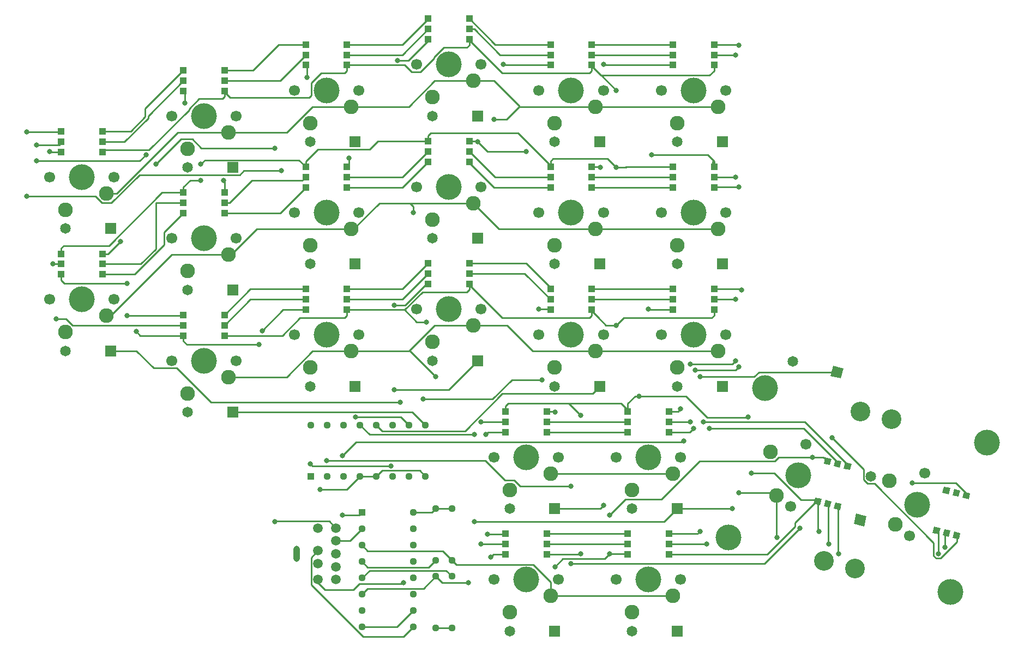
<source format=gbr>
%TF.GenerationSoftware,KiCad,Pcbnew,(5.1.10)-1*%
%TF.CreationDate,2021-08-19T22:28:45-05:00*%
%TF.ProjectId,LeftHand,4c656674-4861-46e6-942e-6b696361645f,rev?*%
%TF.SameCoordinates,Original*%
%TF.FileFunction,Copper,L2,Bot*%
%TF.FilePolarity,Positive*%
%FSLAX46Y46*%
G04 Gerber Fmt 4.6, Leading zero omitted, Abs format (unit mm)*
G04 Created by KiCad (PCBNEW (5.1.10)-1) date 2021-08-19 22:28:45*
%MOMM*%
%LPD*%
G01*
G04 APERTURE LIST*
%TA.AperFunction,ComponentPad*%
%ADD10C,4.000000*%
%TD*%
%TA.AperFunction,ComponentPad*%
%ADD11C,1.700000*%
%TD*%
%TA.AperFunction,ComponentPad*%
%ADD12C,2.286000*%
%TD*%
%TA.AperFunction,ComponentPad*%
%ADD13C,1.651000*%
%TD*%
%TA.AperFunction,ComponentPad*%
%ADD14R,1.651000X1.651000*%
%TD*%
%TA.AperFunction,SMDPad,CuDef*%
%ADD15R,1.000000X1.000000*%
%TD*%
%TA.AperFunction,ComponentPad*%
%ADD16C,3.050000*%
%TD*%
%TA.AperFunction,ComponentPad*%
%ADD17C,0.100000*%
%TD*%
%TA.AperFunction,SMDPad,CuDef*%
%ADD18C,0.100000*%
%TD*%
%TA.AperFunction,ComponentPad*%
%ADD19C,1.130000*%
%TD*%
%TA.AperFunction,ComponentPad*%
%ADD20R,1.130000X1.130000*%
%TD*%
%TA.AperFunction,ComponentPad*%
%ADD21C,1.500000*%
%TD*%
%TA.AperFunction,ComponentPad*%
%ADD22O,1.000000X2.500000*%
%TD*%
%TA.AperFunction,ViaPad*%
%ADD23C,0.800000*%
%TD*%
%TA.AperFunction,Conductor*%
%ADD24C,0.250000*%
%TD*%
G04 APERTURE END LIST*
D10*
%TO.P,KX1,HOLE*%
%TO.N,N/C*%
X59500000Y-63500000D03*
D11*
%TO.P,KX1,POST*%
X54500000Y-63500000D03*
X64500000Y-63500000D03*
D12*
%TO.P,KX1,1*%
%TO.N,C2*%
X63310000Y-66040000D03*
%TO.P,KX1,2*%
%TO.N,Net-(KX1-Pad2)*%
X56960000Y-68580000D03*
D13*
%TO.P,KX1,3*%
X56960000Y-71500000D03*
D14*
%TO.P,KX1,4*%
%TO.N,R5*%
X63960000Y-71500000D03*
D15*
%TO.P,KX1,5*%
%TO.N,VCC*%
X62700000Y-59600000D03*
%TO.P,KX1,6*%
%TO.N,Net-(KC1-Pad9)*%
X62700000Y-58000000D03*
%TO.P,KX1,7*%
%TO.N,Net-(KC1-Pad10)*%
X62700000Y-56400000D03*
%TO.P,KX1,8*%
%TO.N,GND*%
X56300000Y-59600000D03*
%TO.P,KX1,9*%
%TO.N,Net-(KX1-Pad9)*%
X56300000Y-58000000D03*
%TO.P,KX1,10*%
%TO.N,Net-(KX1-Pad10)*%
X56300000Y-56400000D03*
%TD*%
D16*
%TO.P,KT2_2,HOLE*%
%TO.N,N/C*%
X147259150Y-76581322D03*
X141562971Y-99772009D03*
D10*
X162059236Y-80216572D03*
X156363057Y-103407259D03*
X151209000Y-89846400D03*
D11*
%TO.P,KT2_2,POST*%
X152401667Y-84990729D03*
X150016333Y-94702071D03*
D12*
%TO.P,KT2_2,1*%
%TO.N,C2*%
X147833506Y-92940547D03*
%TO.P,KT2_2,2*%
%TO.N,Net-(KT2_2-Pad2)*%
X146881513Y-86167969D03*
D13*
%TO.P,KT2_2,3*%
X144045801Y-85471451D03*
%TA.AperFunction,ComponentPad*%
D17*
%TO.P,KT2_2,4*%
%TO.N,R0*%
G36*
X141771305Y-91270810D02*
G01*
X143374648Y-91664629D01*
X142980829Y-93267972D01*
X141377486Y-92874153D01*
X141771305Y-91270810D01*
G37*
%TD.AperFunction*%
%TA.AperFunction,SMDPad,CuDef*%
D18*
%TO.P,KT2_2,5*%
%TO.N,VCC*%
G36*
X158501060Y-87827524D02*
G01*
X159472194Y-88066058D01*
X159233660Y-89037192D01*
X158262526Y-88798658D01*
X158501060Y-87827524D01*
G37*
%TD.AperFunction*%
%TA.AperFunction,SMDPad,CuDef*%
%TO.P,KT2_2,6*%
%TO.N,Net-(KT2_2-Pad6)*%
G36*
X156947246Y-87445870D02*
G01*
X157918380Y-87684404D01*
X157679846Y-88655538D01*
X156708712Y-88417004D01*
X156947246Y-87445870D01*
G37*
%TD.AperFunction*%
%TA.AperFunction,SMDPad,CuDef*%
%TO.P,KT2_2,7*%
%TO.N,Net-(KT2_2-Pad7)*%
G36*
X155393431Y-87064217D02*
G01*
X156364565Y-87302751D01*
X156126031Y-88273885D01*
X155154897Y-88035351D01*
X155393431Y-87064217D01*
G37*
%TD.AperFunction*%
%TA.AperFunction,SMDPad,CuDef*%
%TO.P,KT2_2,8*%
%TO.N,GND*%
G36*
X156974446Y-94042783D02*
G01*
X157945580Y-94281317D01*
X157707046Y-95252451D01*
X156735912Y-95013917D01*
X156974446Y-94042783D01*
G37*
%TD.AperFunction*%
%TA.AperFunction,SMDPad,CuDef*%
%TO.P,KT2_2,9*%
%TO.N,Net-(KT2_1-Pad6)*%
G36*
X155420631Y-93661130D02*
G01*
X156391765Y-93899664D01*
X156153231Y-94870798D01*
X155182097Y-94632264D01*
X155420631Y-93661130D01*
G37*
%TD.AperFunction*%
%TA.AperFunction,SMDPad,CuDef*%
%TO.P,KT2_2,10*%
%TO.N,Net-(KT2_1-Pad7)*%
G36*
X153866817Y-93279476D02*
G01*
X154837951Y-93518010D01*
X154599417Y-94489144D01*
X153628283Y-94250610D01*
X153866817Y-93279476D01*
G37*
%TD.AperFunction*%
%TD*%
D10*
%TO.P,KT2_1,HOLE*%
%TO.N,N/C*%
X121907764Y-94944228D03*
X127603943Y-71753541D03*
D16*
X142404029Y-75388791D03*
X136707850Y-98579478D03*
D10*
X132758000Y-85314400D03*
D11*
%TO.P,KT2_1,POST*%
X133950667Y-80458729D03*
X131565333Y-90170071D03*
D12*
%TO.P,KT2_1,1*%
%TO.N,C2*%
X129382506Y-88408547D03*
%TO.P,KT2_1,2*%
%TO.N,Net-(KT2_1-Pad2)*%
X128430513Y-81635969D03*
D13*
%TO.P,KT2_1,3*%
X131879707Y-67593367D03*
%TA.AperFunction,ComponentPad*%
D17*
%TO.P,KT2_1,4*%
%TO.N,R1*%
G36*
X138150575Y-68283603D02*
G01*
X139753918Y-68677422D01*
X139360099Y-70280765D01*
X137756756Y-69886946D01*
X138150575Y-68283603D01*
G37*
%TD.AperFunction*%
%TA.AperFunction,SMDPad,CuDef*%
D18*
%TO.P,KT2_1,5*%
%TO.N,VCC*%
G36*
X135415817Y-88747476D02*
G01*
X136386951Y-88986010D01*
X136148417Y-89957144D01*
X135177283Y-89718610D01*
X135415817Y-88747476D01*
G37*
%TD.AperFunction*%
%TA.AperFunction,SMDPad,CuDef*%
%TO.P,KT2_1,6*%
%TO.N,Net-(KT2_1-Pad6)*%
G36*
X136969631Y-89129130D02*
G01*
X137940765Y-89367664D01*
X137702231Y-90338798D01*
X136731097Y-90100264D01*
X136969631Y-89129130D01*
G37*
%TD.AperFunction*%
%TA.AperFunction,SMDPad,CuDef*%
%TO.P,KT2_1,7*%
%TO.N,Net-(KT2_1-Pad7)*%
G36*
X138523446Y-89510783D02*
G01*
X139494580Y-89749317D01*
X139256046Y-90720451D01*
X138284912Y-90481917D01*
X138523446Y-89510783D01*
G37*
%TD.AperFunction*%
%TA.AperFunction,SMDPad,CuDef*%
%TO.P,KT2_1,8*%
%TO.N,GND*%
G36*
X136942431Y-82532217D02*
G01*
X137913565Y-82770751D01*
X137675031Y-83741885D01*
X136703897Y-83503351D01*
X136942431Y-82532217D01*
G37*
%TD.AperFunction*%
%TA.AperFunction,SMDPad,CuDef*%
%TO.P,KT2_1,9*%
%TO.N,Net-(KT2_1-Pad9)*%
G36*
X138496246Y-82913870D02*
G01*
X139467380Y-83152404D01*
X139228846Y-84123538D01*
X138257712Y-83885004D01*
X138496246Y-82913870D01*
G37*
%TD.AperFunction*%
%TA.AperFunction,SMDPad,CuDef*%
%TO.P,KT2_1,10*%
%TO.N,Net-(KT2_1-Pad10)*%
G36*
X140050060Y-83295524D02*
G01*
X141021194Y-83534058D01*
X140782660Y-84505192D01*
X139811526Y-84266658D01*
X140050060Y-83295524D01*
G37*
%TD.AperFunction*%
%TD*%
D10*
%TO.P,KA1,HOLE*%
%TO.N,N/C*%
X40500000Y-48500000D03*
D11*
%TO.P,KA1,POST*%
X35500000Y-48500000D03*
X45500000Y-48500000D03*
D12*
%TO.P,KA1,1*%
%TO.N,C1*%
X44310000Y-51040000D03*
%TO.P,KA1,2*%
%TO.N,Net-(KA1-Pad2)*%
X37960000Y-53580000D03*
D13*
%TO.P,KA1,3*%
X37960000Y-56500000D03*
D14*
%TO.P,KA1,4*%
%TO.N,R6*%
X44960000Y-56500000D03*
D15*
%TO.P,KA1,5*%
%TO.N,VCC*%
X37300000Y-41400000D03*
%TO.P,KA1,6*%
%TO.N,Net-(KA1-Pad6)*%
X37300000Y-43000000D03*
%TO.P,KA1,7*%
%TO.N,Net-(KA1-Pad7)*%
X37300000Y-44600000D03*
%TO.P,KA1,8*%
%TO.N,GND*%
X43700000Y-41400000D03*
%TO.P,KA1,9*%
%TO.N,Net-(KA1-Pad9)*%
X43700000Y-43000000D03*
%TO.P,KA1,10*%
%TO.N,Net-(KA1-Pad10)*%
X43700000Y-44600000D03*
%TD*%
D10*
%TO.P,KB1,HOLE*%
%TO.N,N/C*%
X116500000Y-63500000D03*
D11*
%TO.P,KB1,POST*%
X111500000Y-63500000D03*
X121500000Y-63500000D03*
D12*
%TO.P,KB1,1*%
%TO.N,C2*%
X120310000Y-66040000D03*
%TO.P,KB1,2*%
%TO.N,Net-(KB1-Pad2)*%
X113960000Y-68580000D03*
D13*
%TO.P,KB1,3*%
X113960000Y-71500000D03*
D14*
%TO.P,KB1,4*%
%TO.N,R2*%
X120960000Y-71500000D03*
D15*
%TO.P,KB1,5*%
%TO.N,VCC*%
X119700000Y-59600000D03*
%TO.P,KB1,6*%
%TO.N,Net-(KB1-Pad6)*%
X119700000Y-58000000D03*
%TO.P,KB1,7*%
%TO.N,Net-(KB1-Pad7)*%
X119700000Y-56400000D03*
%TO.P,KB1,8*%
%TO.N,GND*%
X113300000Y-59600000D03*
%TO.P,KB1,9*%
%TO.N,Net-(KB1-Pad9)*%
X113300000Y-58000000D03*
%TO.P,KB1,10*%
%TO.N,Net-(KB1-Pad10)*%
X113300000Y-56400000D03*
%TD*%
D10*
%TO.P,KC1,HOLE*%
%TO.N,N/C*%
X78500000Y-59500000D03*
D11*
%TO.P,KC1,POST*%
X73500000Y-59500000D03*
X83500000Y-59500000D03*
D12*
%TO.P,KC1,1*%
%TO.N,C2*%
X82310000Y-62040000D03*
%TO.P,KC1,2*%
%TO.N,Net-(KC1-Pad2)*%
X75960000Y-64580000D03*
D13*
%TO.P,KC1,3*%
X75960000Y-67500000D03*
D14*
%TO.P,KC1,4*%
%TO.N,R4*%
X82960000Y-67500000D03*
D15*
%TO.P,KC1,5*%
%TO.N,VCC*%
X81700000Y-55600000D03*
%TO.P,KC1,6*%
%TO.N,Net-(KC1-Pad6)*%
X81700000Y-54000000D03*
%TO.P,KC1,7*%
%TO.N,Net-(KC1-Pad7)*%
X81700000Y-52400000D03*
%TO.P,KC1,8*%
%TO.N,GND*%
X75300000Y-55600000D03*
%TO.P,KC1,9*%
%TO.N,Net-(KC1-Pad9)*%
X75300000Y-54000000D03*
%TO.P,KC1,10*%
%TO.N,Net-(KC1-Pad10)*%
X75300000Y-52400000D03*
%TD*%
D10*
%TO.P,KD1,HOLE*%
%TO.N,N/C*%
X78500000Y-40500000D03*
D11*
%TO.P,KD1,POST*%
X73500000Y-40500000D03*
X83500000Y-40500000D03*
D12*
%TO.P,KD1,1*%
%TO.N,C1*%
X82310000Y-43040000D03*
%TO.P,KD1,2*%
%TO.N,Net-(KD1-Pad2)*%
X75960000Y-45580000D03*
D13*
%TO.P,KD1,3*%
X75960000Y-48500000D03*
D14*
%TO.P,KD1,4*%
%TO.N,R4*%
X82960000Y-48500000D03*
D15*
%TO.P,KD1,5*%
%TO.N,VCC*%
X75300000Y-33400000D03*
%TO.P,KD1,6*%
%TO.N,Net-(KD1-Pad6)*%
X75300000Y-35000000D03*
%TO.P,KD1,7*%
%TO.N,Net-(KD1-Pad7)*%
X75300000Y-36600000D03*
%TO.P,KD1,8*%
%TO.N,GND*%
X81700000Y-33400000D03*
%TO.P,KD1,9*%
%TO.N,Net-(KD1-Pad9)*%
X81700000Y-35000000D03*
%TO.P,KD1,10*%
%TO.N,Net-(KD1-Pad10)*%
X81700000Y-36600000D03*
%TD*%
D10*
%TO.P,KE1,HOLE*%
%TO.N,N/C*%
X78500000Y-21500000D03*
D11*
%TO.P,KE1,POST*%
X73500000Y-21500000D03*
X83500000Y-21500000D03*
D12*
%TO.P,KE1,1*%
%TO.N,C0*%
X82310000Y-24040000D03*
%TO.P,KE1,2*%
%TO.N,Net-(KE1-Pad2)*%
X75960000Y-26580000D03*
D13*
%TO.P,KE1,3*%
X75960000Y-29500000D03*
D14*
%TO.P,KE1,4*%
%TO.N,R4*%
X82960000Y-29500000D03*
D15*
%TO.P,KE1,5*%
%TO.N,VCC*%
X81700000Y-17600000D03*
%TO.P,KE1,6*%
%TO.N,Net-(KE1-Pad6)*%
X81700000Y-16000000D03*
%TO.P,KE1,7*%
%TO.N,Net-(KE1-Pad7)*%
X81700000Y-14400000D03*
%TO.P,KE1,8*%
%TO.N,GND*%
X75300000Y-17600000D03*
%TO.P,KE1,9*%
%TO.N,Net-(KE1-Pad9)*%
X75300000Y-16000000D03*
%TO.P,KE1,10*%
%TO.N,Net-(KE1-Pad10)*%
X75300000Y-14400000D03*
%TD*%
D10*
%TO.P,KESC1,HOLE*%
%TO.N,N/C*%
X21500000Y-39000000D03*
D11*
%TO.P,KESC1,POST*%
X16500000Y-39000000D03*
X26500000Y-39000000D03*
D12*
%TO.P,KESC1,1*%
%TO.N,C0*%
X25310000Y-41540000D03*
%TO.P,KESC1,2*%
%TO.N,Net-(KESC1-Pad2)*%
X18960000Y-44080000D03*
D13*
%TO.P,KESC1,3*%
X18960000Y-47000000D03*
D14*
%TO.P,KESC1,4*%
%TO.N,R7*%
X25960000Y-47000000D03*
D15*
%TO.P,KESC1,5*%
%TO.N,VCC*%
X24700000Y-35100000D03*
%TO.P,KESC1,6*%
%TO.N,Net-(KESC1-Pad6)*%
X24700000Y-33500000D03*
%TO.P,KESC1,7*%
%TO.N,Net-(KESC1-Pad7)*%
X24700000Y-31900000D03*
%TO.P,KESC1,8*%
%TO.N,GND*%
X18300000Y-35100000D03*
%TO.P,KESC1,9*%
%TO.N,CLK_L*%
X18300000Y-33500000D03*
%TO.P,KESC1,10*%
%TO.N,S0_DL*%
X18300000Y-31900000D03*
%TD*%
D10*
%TO.P,KF1,HOLE*%
%TO.N,N/C*%
X97500000Y-44500000D03*
D11*
%TO.P,KF1,POST*%
X92500000Y-44500000D03*
X102500000Y-44500000D03*
D12*
%TO.P,KF1,1*%
%TO.N,C1*%
X101310000Y-47040000D03*
%TO.P,KF1,2*%
%TO.N,Net-(KF1-Pad2)*%
X94960000Y-49580000D03*
D13*
%TO.P,KF1,3*%
X94960000Y-52500000D03*
D14*
%TO.P,KF1,4*%
%TO.N,R3*%
X101960000Y-52500000D03*
D15*
%TO.P,KF1,5*%
%TO.N,VCC*%
X94300000Y-37400000D03*
%TO.P,KF1,6*%
%TO.N,Net-(KD1-Pad9)*%
X94300000Y-39000000D03*
%TO.P,KF1,7*%
%TO.N,Net-(KD1-Pad10)*%
X94300000Y-40600000D03*
%TO.P,KF1,8*%
%TO.N,GND*%
X100700000Y-37400000D03*
%TO.P,KF1,9*%
%TO.N,Net-(KF1-Pad9)*%
X100700000Y-39000000D03*
%TO.P,KF1,10*%
%TO.N,Net-(KF1-Pad10)*%
X100700000Y-40600000D03*
%TD*%
D10*
%TO.P,KG1,HOLE*%
%TO.N,N/C*%
X116500000Y-44500000D03*
D11*
%TO.P,KG1,POST*%
X111500000Y-44500000D03*
X121500000Y-44500000D03*
D12*
%TO.P,KG1,1*%
%TO.N,C1*%
X120310000Y-47040000D03*
%TO.P,KG1,2*%
%TO.N,Net-(KG1-Pad2)*%
X113960000Y-49580000D03*
D13*
%TO.P,KG1,3*%
X113960000Y-52500000D03*
D14*
%TO.P,KG1,4*%
%TO.N,R2*%
X120960000Y-52500000D03*
D15*
%TO.P,KG1,5*%
%TO.N,VCC*%
X113300000Y-37400000D03*
%TO.P,KG1,6*%
%TO.N,Net-(KF1-Pad9)*%
X113300000Y-39000000D03*
%TO.P,KG1,7*%
%TO.N,Net-(KF1-Pad10)*%
X113300000Y-40600000D03*
%TO.P,KG1,8*%
%TO.N,GND*%
X119700000Y-37400000D03*
%TO.P,KG1,9*%
%TO.N,Net-(KG1-Pad9)*%
X119700000Y-39000000D03*
%TO.P,KG1,10*%
%TO.N,Net-(KG1-Pad10)*%
X119700000Y-40600000D03*
%TD*%
D10*
%TO.P,KQ1,HOLE*%
%TO.N,N/C*%
X40500000Y-29500000D03*
D11*
%TO.P,KQ1,POST*%
X35500000Y-29500000D03*
X45500000Y-29500000D03*
D12*
%TO.P,KQ1,1*%
%TO.N,C0*%
X44310000Y-32040000D03*
%TO.P,KQ1,2*%
%TO.N,Net-(KQ1-Pad2)*%
X37960000Y-34580000D03*
D13*
%TO.P,KQ1,3*%
X37960000Y-37500000D03*
D14*
%TO.P,KQ1,4*%
%TO.N,R6*%
X44960000Y-37500000D03*
D15*
%TO.P,KQ1,5*%
%TO.N,VCC*%
X43700000Y-25600000D03*
%TO.P,KQ1,6*%
%TO.N,Net-(KQ1-Pad6)*%
X43700000Y-24000000D03*
%TO.P,KQ1,7*%
%TO.N,Net-(KQ1-Pad7)*%
X43700000Y-22400000D03*
%TO.P,KQ1,8*%
%TO.N,GND*%
X37300000Y-25600000D03*
%TO.P,KQ1,9*%
%TO.N,Net-(KESC1-Pad6)*%
X37300000Y-24000000D03*
%TO.P,KQ1,10*%
%TO.N,Net-(KESC1-Pad7)*%
X37300000Y-22400000D03*
%TD*%
D10*
%TO.P,KR1,HOLE*%
%TO.N,N/C*%
X97500000Y-25500000D03*
D11*
%TO.P,KR1,POST*%
X92500000Y-25500000D03*
X102500000Y-25500000D03*
D12*
%TO.P,KR1,1*%
%TO.N,C0*%
X101310000Y-28040000D03*
%TO.P,KR1,2*%
%TO.N,Net-(KR1-Pad2)*%
X94960000Y-30580000D03*
D13*
%TO.P,KR1,3*%
X94960000Y-33500000D03*
D14*
%TO.P,KR1,4*%
%TO.N,R3*%
X101960000Y-33500000D03*
D15*
%TO.P,KR1,5*%
%TO.N,VCC*%
X100700000Y-21600000D03*
%TO.P,KR1,6*%
%TO.N,Net-(KR1-Pad6)*%
X100700000Y-20000000D03*
%TO.P,KR1,7*%
%TO.N,Net-(KR1-Pad7)*%
X100700000Y-18400000D03*
%TO.P,KR1,8*%
%TO.N,GND*%
X94300000Y-21600000D03*
%TO.P,KR1,9*%
%TO.N,Net-(KE1-Pad6)*%
X94300000Y-20000000D03*
%TO.P,KR1,10*%
%TO.N,Net-(KE1-Pad7)*%
X94300000Y-18400000D03*
%TD*%
D10*
%TO.P,KS1,HOLE*%
%TO.N,N/C*%
X59500000Y-44500000D03*
D11*
%TO.P,KS1,POST*%
X54500000Y-44500000D03*
X64500000Y-44500000D03*
D12*
%TO.P,KS1,1*%
%TO.N,C1*%
X63310000Y-47040000D03*
%TO.P,KS1,2*%
%TO.N,Net-(KS1-Pad2)*%
X56960000Y-49580000D03*
D13*
%TO.P,KS1,3*%
X56960000Y-52500000D03*
D14*
%TO.P,KS1,4*%
%TO.N,R5*%
X63960000Y-52500000D03*
D15*
%TO.P,KS1,5*%
%TO.N,VCC*%
X56300000Y-37400000D03*
%TO.P,KS1,6*%
%TO.N,Net-(KA1-Pad9)*%
X56300000Y-39000000D03*
%TO.P,KS1,7*%
%TO.N,Net-(KA1-Pad10)*%
X56300000Y-40600000D03*
%TO.P,KS1,8*%
%TO.N,GND*%
X62700000Y-37400000D03*
%TO.P,KS1,9*%
%TO.N,Net-(KD1-Pad6)*%
X62700000Y-39000000D03*
%TO.P,KS1,10*%
%TO.N,Net-(KD1-Pad7)*%
X62700000Y-40600000D03*
%TD*%
D10*
%TO.P,KT1,HOLE*%
%TO.N,N/C*%
X116500000Y-25500000D03*
D11*
%TO.P,KT1,POST*%
X111500000Y-25500000D03*
X121500000Y-25500000D03*
D12*
%TO.P,KT1,1*%
%TO.N,C0*%
X120310000Y-28040000D03*
%TO.P,KT1,2*%
%TO.N,Net-(KT1-Pad2)*%
X113960000Y-30580000D03*
D13*
%TO.P,KT1,3*%
X113960000Y-33500000D03*
D14*
%TO.P,KT1,4*%
%TO.N,R2*%
X120960000Y-33500000D03*
D15*
%TO.P,KT1,5*%
%TO.N,VCC*%
X119700000Y-21600000D03*
%TO.P,KT1,6*%
%TO.N,Net-(KG1-Pad9)*%
X119700000Y-20000000D03*
%TO.P,KT1,7*%
%TO.N,Net-(KG1-Pad10)*%
X119700000Y-18400000D03*
%TO.P,KT1,8*%
%TO.N,GND*%
X113300000Y-21600000D03*
%TO.P,KT1,9*%
%TO.N,Net-(KR1-Pad6)*%
X113300000Y-20000000D03*
%TO.P,KT1,10*%
%TO.N,Net-(KR1-Pad7)*%
X113300000Y-18400000D03*
%TD*%
D10*
%TO.P,KTAB1,HOLE*%
%TO.N,N/C*%
X21500000Y-58000000D03*
D11*
%TO.P,KTAB1,POST*%
X16500000Y-58000000D03*
X26500000Y-58000000D03*
D12*
%TO.P,KTAB1,1*%
%TO.N,C1*%
X25310000Y-60540000D03*
%TO.P,KTAB1,2*%
%TO.N,Net-(KTAB1-Pad2)*%
X18960000Y-63080000D03*
D13*
%TO.P,KTAB1,3*%
X18960000Y-66000000D03*
D14*
%TO.P,KTAB1,4*%
%TO.N,R7*%
X25960000Y-66000000D03*
D15*
%TO.P,KTAB1,5*%
%TO.N,VCC*%
X18300000Y-50900000D03*
%TO.P,KTAB1,6*%
%TO.N,Net-(KTAB1-Pad6)*%
X18300000Y-52500000D03*
%TO.P,KTAB1,7*%
%TO.N,Net-(KTAB1-Pad7)*%
X18300000Y-54100000D03*
%TO.P,KTAB1,8*%
%TO.N,GND*%
X24700000Y-50900000D03*
%TO.P,KTAB1,9*%
%TO.N,Net-(KA1-Pad6)*%
X24700000Y-52500000D03*
%TO.P,KTAB1,10*%
%TO.N,Net-(KA1-Pad7)*%
X24700000Y-54100000D03*
%TD*%
D10*
%TO.P,KTG_A1,HOLE*%
%TO.N,N/C*%
X109500000Y-82500000D03*
D11*
%TO.P,KTG_A1,POST*%
X104500000Y-82500000D03*
X114500000Y-82500000D03*
D12*
%TO.P,KTG_A1,1*%
%TO.N,C3*%
X113310000Y-85040000D03*
%TO.P,KTG_A1,2*%
%TO.N,Net-(KTG_A1-Pad2)*%
X106960000Y-87580000D03*
D13*
%TO.P,KTG_A1,3*%
X106960000Y-90500000D03*
D14*
%TO.P,KTG_A1,4*%
%TO.N,R2*%
X113960000Y-90500000D03*
D15*
%TO.P,KTG_A1,5*%
%TO.N,VCC*%
X106300000Y-75400000D03*
%TO.P,KTG_A1,6*%
%TO.N,Net-(KTG_A1-Pad6)*%
X106300000Y-77000000D03*
%TO.P,KTG_A1,7*%
%TO.N,Net-(KTG_A1-Pad7)*%
X106300000Y-78600000D03*
%TO.P,KTG_A1,8*%
%TO.N,GND*%
X112700000Y-75400000D03*
%TO.P,KTG_A1,9*%
%TO.N,Net-(KB1-Pad6)*%
X112700000Y-77000000D03*
%TO.P,KTG_A1,10*%
%TO.N,Net-(KB1-Pad7)*%
X112700000Y-78600000D03*
%TD*%
D10*
%TO.P,KTG_B1,HOLE*%
%TO.N,N/C*%
X90500000Y-82500000D03*
D11*
%TO.P,KTG_B1,POST*%
X85500000Y-82500000D03*
X95500000Y-82500000D03*
D12*
%TO.P,KTG_B1,1*%
%TO.N,C3*%
X94310000Y-85040000D03*
%TO.P,KTG_B1,2*%
%TO.N,Net-(KTG_B1-Pad2)*%
X87960000Y-87580000D03*
D13*
%TO.P,KTG_B1,3*%
X87960000Y-90500000D03*
D14*
%TO.P,KTG_B1,4*%
%TO.N,R3*%
X94960000Y-90500000D03*
D15*
%TO.P,KTG_B1,5*%
%TO.N,VCC*%
X87300000Y-75400000D03*
%TO.P,KTG_B1,6*%
%TO.N,Net-(KTG_B1-Pad6)*%
X87300000Y-77000000D03*
%TO.P,KTG_B1,7*%
%TO.N,Net-(KTG_B1-Pad7)*%
X87300000Y-78600000D03*
%TO.P,KTG_B1,8*%
%TO.N,GND*%
X93700000Y-75400000D03*
%TO.P,KTG_B1,9*%
%TO.N,Net-(KTG_A1-Pad6)*%
X93700000Y-77000000D03*
%TO.P,KTG_B1,10*%
%TO.N,Net-(KTG_A1-Pad7)*%
X93700000Y-78600000D03*
%TD*%
D10*
%TO.P,KTG_C1,HOLE*%
%TO.N,N/C*%
X109500000Y-101500000D03*
D11*
%TO.P,KTG_C1,POST*%
X104500000Y-101500000D03*
X114500000Y-101500000D03*
D12*
%TO.P,KTG_C1,1*%
%TO.N,C3*%
X113310000Y-104040000D03*
%TO.P,KTG_C1,2*%
%TO.N,Net-(KTG_C1-Pad2)*%
X106960000Y-106580000D03*
D13*
%TO.P,KTG_C1,3*%
X106960000Y-109500000D03*
D14*
%TO.P,KTG_C1,4*%
%TO.N,R1*%
X113960000Y-109500000D03*
D15*
%TO.P,KTG_C1,5*%
%TO.N,VCC*%
X112700000Y-97600000D03*
%TO.P,KTG_C1,6*%
%TO.N,Net-(KT2_1-Pad9)*%
X112700000Y-96000000D03*
%TO.P,KTG_C1,7*%
%TO.N,Net-(KT2_1-Pad10)*%
X112700000Y-94400000D03*
%TO.P,KTG_C1,8*%
%TO.N,GND*%
X106300000Y-97600000D03*
%TO.P,KTG_C1,9*%
%TO.N,Net-(KTG_C1-Pad9)*%
X106300000Y-96000000D03*
%TO.P,KTG_C1,10*%
%TO.N,Net-(KTG_C1-Pad10)*%
X106300000Y-94400000D03*
%TD*%
D10*
%TO.P,KTG_D1,HOLE*%
%TO.N,N/C*%
X90500000Y-101500000D03*
D11*
%TO.P,KTG_D1,POST*%
X85500000Y-101500000D03*
X95500000Y-101500000D03*
D12*
%TO.P,KTG_D1,1*%
%TO.N,C3*%
X94310000Y-104040000D03*
%TO.P,KTG_D1,2*%
%TO.N,Net-(KTG_D1-Pad2)*%
X87960000Y-106580000D03*
D13*
%TO.P,KTG_D1,3*%
X87960000Y-109500000D03*
D14*
%TO.P,KTG_D1,4*%
%TO.N,R0*%
X94960000Y-109500000D03*
D15*
%TO.P,KTG_D1,5*%
%TO.N,VCC*%
X93700000Y-97600000D03*
%TO.P,KTG_D1,6*%
%TO.N,Net-(KTG_C1-Pad9)*%
X93700000Y-96000000D03*
%TO.P,KTG_D1,7*%
%TO.N,Net-(KTG_C1-Pad10)*%
X93700000Y-94400000D03*
%TO.P,KTG_D1,8*%
%TO.N,GND*%
X87300000Y-97600000D03*
%TO.P,KTG_D1,9*%
%TO.N,Net-(KTG_B1-Pad6)*%
X87300000Y-96000000D03*
%TO.P,KTG_D1,10*%
%TO.N,Net-(KTG_B1-Pad7)*%
X87300000Y-94400000D03*
%TD*%
D10*
%TO.P,KV1,HOLE*%
%TO.N,N/C*%
X97500000Y-63500000D03*
D11*
%TO.P,KV1,POST*%
X92500000Y-63500000D03*
X102500000Y-63500000D03*
D12*
%TO.P,KV1,1*%
%TO.N,C2*%
X101310000Y-66040000D03*
%TO.P,KV1,2*%
%TO.N,Net-(KV1-Pad2)*%
X94960000Y-68580000D03*
D13*
%TO.P,KV1,3*%
X94960000Y-71500000D03*
D14*
%TO.P,KV1,4*%
%TO.N,R3*%
X101960000Y-71500000D03*
D15*
%TO.P,KV1,5*%
%TO.N,VCC*%
X100700000Y-59600000D03*
%TO.P,KV1,6*%
%TO.N,Net-(KB1-Pad9)*%
X100700000Y-58000000D03*
%TO.P,KV1,7*%
%TO.N,Net-(KB1-Pad10)*%
X100700000Y-56400000D03*
%TO.P,KV1,8*%
%TO.N,GND*%
X94300000Y-59600000D03*
%TO.P,KV1,9*%
%TO.N,Net-(KC1-Pad6)*%
X94300000Y-58000000D03*
%TO.P,KV1,10*%
%TO.N,Net-(KC1-Pad7)*%
X94300000Y-56400000D03*
%TD*%
D10*
%TO.P,KW1,HOLE*%
%TO.N,N/C*%
X59500000Y-25500000D03*
D11*
%TO.P,KW1,POST*%
X54500000Y-25500000D03*
X64500000Y-25500000D03*
D12*
%TO.P,KW1,1*%
%TO.N,C0*%
X63310000Y-28040000D03*
%TO.P,KW1,2*%
%TO.N,Net-(KW1-Pad2)*%
X56960000Y-30580000D03*
D13*
%TO.P,KW1,3*%
X56960000Y-33500000D03*
D14*
%TO.P,KW1,4*%
%TO.N,R5*%
X63960000Y-33500000D03*
D15*
%TO.P,KW1,5*%
%TO.N,VCC*%
X62700000Y-21600000D03*
%TO.P,KW1,6*%
%TO.N,Net-(KE1-Pad9)*%
X62700000Y-20000000D03*
%TO.P,KW1,7*%
%TO.N,Net-(KE1-Pad10)*%
X62700000Y-18400000D03*
%TO.P,KW1,8*%
%TO.N,GND*%
X56300000Y-21600000D03*
%TO.P,KW1,9*%
%TO.N,Net-(KQ1-Pad6)*%
X56300000Y-20000000D03*
%TO.P,KW1,10*%
%TO.N,Net-(KQ1-Pad7)*%
X56300000Y-18400000D03*
%TD*%
D10*
%TO.P,KZ1,HOLE*%
%TO.N,N/C*%
X40500000Y-67500000D03*
D11*
%TO.P,KZ1,POST*%
X35500000Y-67500000D03*
X45500000Y-67500000D03*
D12*
%TO.P,KZ1,1*%
%TO.N,C2*%
X44310000Y-70040000D03*
%TO.P,KZ1,2*%
%TO.N,Net-(KZ1-Pad2)*%
X37960000Y-72580000D03*
D13*
%TO.P,KZ1,3*%
X37960000Y-75500000D03*
D14*
%TO.P,KZ1,4*%
%TO.N,R6*%
X44960000Y-75500000D03*
D15*
%TO.P,KZ1,5*%
%TO.N,VCC*%
X43700000Y-63600000D03*
%TO.P,KZ1,6*%
%TO.N,Net-(KX1-Pad9)*%
X43700000Y-62000000D03*
%TO.P,KZ1,7*%
%TO.N,Net-(KX1-Pad10)*%
X43700000Y-60400000D03*
%TO.P,KZ1,8*%
%TO.N,GND*%
X37300000Y-63600000D03*
%TO.P,KZ1,9*%
%TO.N,Net-(KTAB1-Pad6)*%
X37300000Y-62000000D03*
%TO.P,KZ1,10*%
%TO.N,Net-(KTAB1-Pad7)*%
X37300000Y-60400000D03*
%TD*%
D19*
%TO.P,R0,2*%
%TO.N,VCC*%
X76500000Y-109000000D03*
%TO.P,R0,1*%
%TO.N,C0*%
X76500000Y-101000000D03*
%TD*%
%TO.P,R1,2*%
%TO.N,VCC*%
X79000000Y-109000000D03*
%TO.P,R1,1*%
%TO.N,C1*%
X79000000Y-101000000D03*
%TD*%
%TO.P,R2,2*%
%TO.N,VCC*%
X76500000Y-90500000D03*
%TO.P,R2,1*%
%TO.N,C2*%
X76500000Y-98500000D03*
%TD*%
%TO.P,R3,2*%
%TO.N,VCC*%
X79000000Y-90500000D03*
%TO.P,R3,1*%
%TO.N,C3*%
X79000000Y-98500000D03*
%TD*%
%TO.P,UDEMUX1,16*%
%TO.N,VCC*%
X57110000Y-77530000D03*
%TO.P,UDEMUX1,15*%
%TO.N,R0*%
X59650000Y-77530000D03*
%TO.P,UDEMUX1,14*%
%TO.N,R1*%
X62190000Y-77530000D03*
%TO.P,UDEMUX1,13*%
%TO.N,R2*%
X64730000Y-77530000D03*
%TO.P,UDEMUX1,12*%
%TO.N,R3*%
X67270000Y-77530000D03*
%TO.P,UDEMUX1,11*%
%TO.N,R4*%
X69810000Y-77530000D03*
%TO.P,UDEMUX1,10*%
%TO.N,R5*%
X72350000Y-77530000D03*
%TO.P,UDEMUX1,9*%
%TO.N,R6*%
X74890000Y-77530000D03*
%TO.P,UDEMUX1,8*%
%TO.N,GND*%
X74890000Y-85470000D03*
%TO.P,UDEMUX1,7*%
%TO.N,R7*%
X72350000Y-85470000D03*
%TO.P,UDEMUX1,6*%
%TO.N,VCC*%
X69810000Y-85470000D03*
%TO.P,UDEMUX1,5*%
%TO.N,GND*%
X67270000Y-85470000D03*
%TO.P,UDEMUX1,4*%
X64730000Y-85470000D03*
%TO.P,UDEMUX1,3*%
%TO.N,S2*%
X62190000Y-85470000D03*
%TO.P,UDEMUX1,2*%
%TO.N,S1*%
X59650000Y-85470000D03*
D20*
%TO.P,UDEMUX1,1*%
%TO.N,S0_DL*%
X57110000Y-85470000D03*
%TD*%
D21*
%TO.P,UDINN9,7*%
%TO.N,S1*%
X61000000Y-101500000D03*
%TO.P,UDINN9,4*%
%TO.N,S2*%
X61000000Y-99500000D03*
%TO.P,UDINN9,5*%
%TO.N,SH_LD*%
X61000000Y-97500000D03*
%TO.P,UDINN9,8*%
%TO.N,CLK_C*%
X61000000Y-95500000D03*
%TO.P,UDINN9,9*%
%TO.N,CLK_L*%
X61000000Y-93500000D03*
%TO.P,UDINN9,6*%
%TO.N,GND*%
X58200000Y-93500000D03*
%TO.P,UDINN9,3*%
%TO.N,VCC*%
X58200000Y-101500000D03*
%TO.P,UDINN9,1*%
%TO.N,S0_DL*%
X58200000Y-99000000D03*
%TO.P,UDINN9,2*%
%TO.N,RX*%
X58200000Y-97000000D03*
D22*
%TO.P,UDINN9,HOLE*%
%TO.N,N/C*%
X54850000Y-97500000D03*
%TD*%
D19*
%TO.P,UREG1,16*%
%TO.N,VCC*%
X72970000Y-91110000D03*
%TO.P,UREG1,15*%
%TO.N,GND*%
X72970000Y-93650000D03*
%TO.P,UREG1,14*%
X72970000Y-96190000D03*
%TO.P,UREG1,13*%
%TO.N,VCC*%
X72970000Y-98730000D03*
%TO.P,UREG1,12*%
%TO.N,GND*%
X72970000Y-101270000D03*
%TO.P,UREG1,11*%
X72970000Y-103810000D03*
%TO.P,UREG1,10*%
X72970000Y-106350000D03*
%TO.P,UREG1,9*%
%TO.N,RX*%
X72970000Y-108890000D03*
%TO.P,UREG1,8*%
%TO.N,GND*%
X65030000Y-108890000D03*
%TO.P,UREG1,7*%
%TO.N,Net-(UREG1-Pad7)*%
X65030000Y-106350000D03*
%TO.P,UREG1,6*%
%TO.N,C0*%
X65030000Y-103810000D03*
%TO.P,UREG1,5*%
%TO.N,C1*%
X65030000Y-101270000D03*
%TO.P,UREG1,4*%
%TO.N,C2*%
X65030000Y-98730000D03*
%TO.P,UREG1,3*%
%TO.N,C3*%
X65030000Y-96190000D03*
%TO.P,UREG1,2*%
%TO.N,CLK_C*%
X65030000Y-93650000D03*
D20*
%TO.P,UREG1,1*%
%TO.N,SH_LD*%
X65030000Y-91110000D03*
%TD*%
D23*
%TO.N,GND*%
X58500000Y-87500000D03*
X70000000Y-58875000D03*
X95000000Y-75500000D03*
X92500000Y-59500000D03*
X74500000Y-73500000D03*
X93000000Y-70500000D03*
X70500000Y-20875000D03*
X56500000Y-23500000D03*
X37500000Y-27500000D03*
X16500000Y-35000000D03*
X87000000Y-21500000D03*
X102500000Y-21500000D03*
X83000000Y-33500000D03*
X102000000Y-37500000D03*
X90500000Y-35000000D03*
X110000000Y-35500000D03*
X27500000Y-49000000D03*
X30000000Y-63000000D03*
X49500000Y-62875000D03*
X49000000Y-65000000D03*
X109500000Y-59500000D03*
X114500000Y-75000000D03*
X138000000Y-79500000D03*
X135000000Y-82500000D03*
X135000000Y-82500000D03*
X103500000Y-91500000D03*
X103500000Y-97500000D03*
X85000000Y-98000000D03*
X95000000Y-99500000D03*
X63000000Y-36000000D03*
X43500000Y-39500000D03*
%TO.N,VCC*%
X71500000Y-102000000D03*
X69500000Y-83854999D03*
X57000000Y-83500000D03*
X136000000Y-94000000D03*
X150500000Y-86500000D03*
X75000000Y-61500000D03*
X108000000Y-73000000D03*
X104500000Y-62000000D03*
X99000000Y-97500000D03*
X99000000Y-76000000D03*
X125000000Y-76275000D03*
X125500000Y-85000000D03*
X104500000Y-37500000D03*
X104500000Y-25500000D03*
X40000000Y-37000000D03*
X40000000Y-39500000D03*
%TO.N,C1*%
X73000000Y-44500000D03*
%TO.N,C2*%
X129500000Y-95000000D03*
X76500000Y-70000000D03*
X123500000Y-88000000D03*
%TO.N,R2*%
X122500000Y-90500000D03*
X82500000Y-79000000D03*
X82500000Y-92500000D03*
%TO.N,Net-(KB1-Pad6)*%
X123000000Y-58000000D03*
X123000000Y-67500000D03*
X116000000Y-68000000D03*
X116000000Y-77000000D03*
%TO.N,Net-(KB1-Pad7)*%
X124000000Y-56500000D03*
X123500000Y-68500000D03*
X116725000Y-69000000D03*
X116500000Y-78000000D03*
%TO.N,R4*%
X70000000Y-72000000D03*
%TO.N,C0*%
X81500000Y-102000000D03*
X85500000Y-30000000D03*
%TO.N,S0_DL*%
X52500000Y-38000000D03*
X13000000Y-42000000D03*
X13000000Y-32000000D03*
%TO.N,CLK_L*%
X51500000Y-92500000D03*
X51500000Y-34500000D03*
X33000000Y-37000000D03*
X31500000Y-35500000D03*
X14500000Y-36500000D03*
X14500000Y-34000000D03*
%TO.N,R7*%
X71000000Y-74000000D03*
%TO.N,R3*%
X102500000Y-90000000D03*
%TO.N,Net-(KG1-Pad10)*%
X123500000Y-18500000D03*
X123500000Y-40500000D03*
%TO.N,Net-(KG1-Pad9)*%
X123000000Y-20000000D03*
X123000000Y-39000000D03*
%TO.N,R5*%
X64000000Y-76225000D03*
%TO.N,Net-(KT2_1-Pad10)*%
X117500000Y-94000000D03*
X118000000Y-77000000D03*
%TO.N,Net-(KT2_1-Pad9)*%
X118500000Y-96000000D03*
X119000000Y-78000000D03*
%TO.N,Net-(KT2_1-Pad7)*%
X139000000Y-97500000D03*
X154500000Y-97500000D03*
%TO.N,Net-(KT2_1-Pad6)*%
X137500000Y-96000000D03*
X155500000Y-96500000D03*
%TO.N,R1*%
X117500000Y-70000000D03*
X62000000Y-82275000D03*
X115000000Y-80000000D03*
%TO.N,R0*%
X97500000Y-99000000D03*
X133000000Y-93500000D03*
X59500000Y-83000000D03*
X97500000Y-87000000D03*
%TO.N,Net-(KTAB1-Pad6)*%
X17000000Y-52500000D03*
X17500000Y-61000000D03*
%TO.N,Net-(KTAB1-Pad7)*%
X28500000Y-55500000D03*
X28500000Y-60500000D03*
%TO.N,Net-(KTG_B1-Pad6)*%
X83500000Y-77000000D03*
X83500000Y-96000000D03*
%TO.N,Net-(KTG_B1-Pad7)*%
X84225000Y-79000000D03*
X84500000Y-94500000D03*
%TO.N,SH_LD*%
X62000000Y-91500000D03*
%TD*%
D24*
%TO.N,Net-(KA1-Pad10)*%
X52300000Y-44600000D02*
X56300000Y-40600000D01*
X43700000Y-44600000D02*
X52300000Y-44600000D01*
%TO.N,Net-(KA1-Pad9)*%
X44463590Y-43000000D02*
X47913069Y-39550521D01*
X43500000Y-43000000D02*
X44463590Y-43000000D01*
X55749479Y-39550521D02*
X56300000Y-39000000D01*
X47913069Y-39550521D02*
X55749479Y-39550521D01*
%TO.N,GND*%
X70430000Y-108890000D02*
X72970000Y-106350000D01*
X65030000Y-108890000D02*
X70430000Y-108890000D01*
X68160001Y-84579999D02*
X67270000Y-85470000D01*
X73999999Y-84579999D02*
X68160001Y-84579999D01*
X74890000Y-85470000D02*
X73999999Y-84579999D01*
X67270000Y-85470000D02*
X64730000Y-85470000D01*
X62700000Y-87500000D02*
X58500000Y-87500000D01*
X64730000Y-85470000D02*
X62700000Y-87500000D01*
X75024588Y-55600000D02*
X75500000Y-55600000D01*
X71749588Y-58875000D02*
X75024588Y-55600000D01*
X70000000Y-58875000D02*
X71749588Y-58875000D01*
X94900000Y-75400000D02*
X95000000Y-75500000D01*
X93500000Y-75400000D02*
X94900000Y-75400000D01*
X94400000Y-59500000D02*
X94500000Y-59600000D01*
X92500000Y-59500000D02*
X94400000Y-59500000D01*
X88290588Y-70500000D02*
X93000000Y-70500000D01*
X85290588Y-73500000D02*
X88290588Y-70500000D01*
X74500000Y-73500000D02*
X85290588Y-73500000D01*
X72225000Y-20875000D02*
X75500000Y-17600000D01*
X70500000Y-20875000D02*
X72225000Y-20875000D01*
X56500000Y-21600000D02*
X56500000Y-23500000D01*
X37500000Y-25600000D02*
X37500000Y-27500000D01*
X16600000Y-35100000D02*
X16500000Y-35000000D01*
X18500000Y-35100000D02*
X16600000Y-35100000D01*
X87100000Y-21600000D02*
X87000000Y-21500000D01*
X94500000Y-21600000D02*
X87100000Y-21600000D01*
X102600000Y-21600000D02*
X102500000Y-21500000D01*
X113500000Y-21600000D02*
X102600000Y-21600000D01*
X82900000Y-33400000D02*
X83000000Y-33500000D01*
X81500000Y-33400000D02*
X82900000Y-33400000D01*
X101900000Y-37400000D02*
X102000000Y-37500000D01*
X100500000Y-37400000D02*
X101900000Y-37400000D01*
X84500000Y-35000000D02*
X83000000Y-33500000D01*
X90500000Y-35000000D02*
X84500000Y-35000000D01*
X119500000Y-37400000D02*
X119500000Y-36505012D01*
X25600000Y-50900000D02*
X27500000Y-49000000D01*
X24500000Y-50900000D02*
X25600000Y-50900000D01*
X30600000Y-63600000D02*
X30000000Y-63000000D01*
X37500000Y-63600000D02*
X30600000Y-63600000D01*
X109600000Y-59600000D02*
X109500000Y-59500000D01*
X113500000Y-59600000D02*
X109600000Y-59600000D01*
X114100000Y-75400000D02*
X114500000Y-75000000D01*
X112500000Y-75400000D02*
X114100000Y-75400000D01*
X142895300Y-84395300D02*
X138000000Y-79500000D01*
X142895300Y-86023692D02*
X142895300Y-84395300D01*
X144598042Y-86621952D02*
X143493560Y-86621952D01*
X153774999Y-95798909D02*
X144598042Y-86621952D01*
X153774999Y-97848001D02*
X153774999Y-95798909D01*
X154151999Y-98225001D02*
X153774999Y-97848001D01*
X154848001Y-98225001D02*
X154151999Y-98225001D01*
X157388453Y-95684549D02*
X154848001Y-98225001D01*
X143493560Y-86621952D02*
X142895300Y-86023692D01*
X157388453Y-94453390D02*
X157388453Y-95684549D01*
X111474641Y-89048001D02*
X105951999Y-89048001D01*
X105951999Y-89048001D02*
X103500000Y-91500000D01*
X117418672Y-83103970D02*
X111474641Y-89048001D01*
X129135154Y-83103970D02*
X117418672Y-83103970D01*
X129739124Y-82500000D02*
X129135154Y-83103970D01*
X135000000Y-82500000D02*
X129739124Y-82500000D01*
X106400000Y-97500000D02*
X106500000Y-97600000D01*
X103500000Y-97500000D02*
X106400000Y-97500000D01*
X85400000Y-97600000D02*
X85000000Y-98000000D01*
X87500000Y-97600000D02*
X85400000Y-97600000D01*
X102725001Y-98274999D02*
X103500000Y-97500000D01*
X96225001Y-98274999D02*
X102725001Y-98274999D01*
X95000000Y-99500000D02*
X96225001Y-98274999D01*
X119700000Y-36530012D02*
X119700000Y-37400000D01*
X118669988Y-35500000D02*
X119700000Y-36530012D01*
X110000000Y-35500000D02*
X118669988Y-35500000D01*
X63000000Y-37100000D02*
X62700000Y-37400000D01*
X63000000Y-36000000D02*
X63000000Y-37100000D01*
X43700000Y-39700000D02*
X43700000Y-41400000D01*
X43500000Y-39500000D02*
X43700000Y-39700000D01*
X52775000Y-59600000D02*
X56300000Y-59600000D01*
X49500000Y-62875000D02*
X52775000Y-59600000D01*
X37300000Y-64469988D02*
X37300000Y-63600000D01*
X37830012Y-65000000D02*
X37300000Y-64469988D01*
X49000000Y-65000000D02*
X37830012Y-65000000D01*
X136671680Y-82500000D02*
X137308731Y-83137051D01*
X135000000Y-82500000D02*
X136671680Y-82500000D01*
%TO.N,Net-(KA1-Pad7)*%
X34324999Y-47575001D02*
X37300000Y-44600000D01*
X29731398Y-54100000D02*
X34324999Y-49506399D01*
X34324999Y-49506399D02*
X34324999Y-47575001D01*
X24500000Y-54100000D02*
X29731398Y-54100000D01*
%TO.N,Net-(KA1-Pad6)*%
X33005012Y-43000000D02*
X37500000Y-43000000D01*
X33050010Y-43044998D02*
X33005012Y-43000000D01*
X33050010Y-50144978D02*
X33050010Y-43044998D01*
X30694988Y-52500000D02*
X33050010Y-50144978D01*
X24500000Y-52500000D02*
X30694988Y-52500000D01*
%TO.N,VCC*%
X75890000Y-91110000D02*
X76500000Y-90500000D01*
X72970000Y-91110000D02*
X75890000Y-91110000D01*
X76500000Y-90500000D02*
X79000000Y-90500000D01*
X76500000Y-109000000D02*
X79000000Y-109000000D01*
X64602799Y-102160001D02*
X71339999Y-102160001D01*
X71339999Y-102160001D02*
X71500000Y-102000000D01*
X63687799Y-103075001D02*
X64602799Y-102160001D01*
X59275001Y-103075001D02*
X63687799Y-103075001D01*
X58200000Y-102000000D02*
X59275001Y-103075001D01*
X57354999Y-83854999D02*
X57000000Y-83500000D01*
X69500000Y-83854999D02*
X57354999Y-83854999D01*
X57174999Y-24383999D02*
X58708988Y-22850010D01*
X57174999Y-26325001D02*
X57174999Y-24383999D01*
X56824999Y-26675001D02*
X57174999Y-26325001D01*
X44575001Y-26675001D02*
X56824999Y-26675001D01*
X43500000Y-25600000D02*
X44575001Y-26675001D01*
X76174999Y-20383999D02*
X77708988Y-18850010D01*
X76174999Y-20564003D02*
X76174999Y-20383999D01*
X74064001Y-22675001D02*
X76174999Y-20564003D01*
X72735999Y-22675001D02*
X74064001Y-22675001D01*
X71660998Y-21600000D02*
X72735999Y-22675001D01*
X62500000Y-21600000D02*
X71660998Y-21600000D01*
X81500000Y-17600000D02*
X86750010Y-22850010D01*
X100500000Y-21600000D02*
X102074999Y-23174999D01*
X67463590Y-33400000D02*
X75500000Y-33400000D01*
X66213089Y-34650501D02*
X67463590Y-33400000D01*
X52660998Y-63600000D02*
X55410988Y-60850010D01*
X43500000Y-63600000D02*
X52660998Y-63600000D01*
X71660998Y-59600000D02*
X74410988Y-56850010D01*
X81500000Y-55600000D02*
X86750010Y-60850010D01*
X105249990Y-74149990D02*
X106500000Y-75400000D01*
X132274999Y-93298003D02*
X132274999Y-92712907D01*
X132274999Y-92712907D02*
X135829823Y-89158083D01*
X127973002Y-97600000D02*
X132274999Y-93298003D01*
X112500000Y-97600000D02*
X127973002Y-97600000D01*
X135829823Y-93829823D02*
X136000000Y-94000000D01*
X135829823Y-89158083D02*
X135829823Y-93829823D01*
X158819654Y-88111724D02*
X158819654Y-88626585D01*
X157207930Y-86500000D02*
X158819654Y-88111724D01*
X150500000Y-86500000D02*
X157207930Y-86500000D01*
X73500000Y-61500000D02*
X71600000Y-59600000D01*
X75000000Y-61500000D02*
X73500000Y-61500000D01*
X71600000Y-59600000D02*
X71660998Y-59600000D01*
X62500000Y-59600000D02*
X71600000Y-59600000D01*
X102900000Y-62000000D02*
X101700000Y-60800000D01*
X104500000Y-62000000D02*
X102900000Y-62000000D01*
X101700000Y-60800000D02*
X101750010Y-60850010D01*
X100500000Y-59600000D02*
X101700000Y-60800000D01*
X98900000Y-97600000D02*
X99000000Y-97500000D01*
X93500000Y-97600000D02*
X98900000Y-97600000D01*
X99000000Y-76000000D02*
X97149990Y-74149990D01*
X97149990Y-74149990D02*
X105249990Y-74149990D01*
X133160681Y-89158083D02*
X135829823Y-89158083D01*
X129002598Y-85000000D02*
X133160681Y-89158083D01*
X125500000Y-85000000D02*
X129002598Y-85000000D01*
X106000000Y-37500000D02*
X106100000Y-37400000D01*
X104500000Y-37500000D02*
X106000000Y-37500000D01*
X106100000Y-37400000D02*
X113500000Y-37400000D01*
X105905012Y-37400000D02*
X106100000Y-37400000D01*
X102174999Y-23174999D02*
X102074999Y-23174999D01*
X104500000Y-25500000D02*
X102174999Y-23174999D01*
X39708988Y-26850010D02*
X43319978Y-26850010D01*
X43700000Y-26469988D02*
X43700000Y-25600000D01*
X38174999Y-28383999D02*
X39708988Y-26850010D01*
X38174999Y-28564003D02*
X38174999Y-28383999D01*
X31964003Y-34774999D02*
X38174999Y-28564003D01*
X24825001Y-34774999D02*
X31964003Y-34774999D01*
X43319978Y-26850010D02*
X43700000Y-26469988D01*
X24500000Y-35100000D02*
X24825001Y-34774999D01*
X81700000Y-18469988D02*
X81700000Y-17600000D01*
X81319978Y-18850010D02*
X81700000Y-18469988D01*
X77708988Y-18850010D02*
X81319978Y-18850010D01*
X62700000Y-22469988D02*
X62700000Y-21600000D01*
X62319978Y-22850010D02*
X62700000Y-22469988D01*
X58708988Y-22850010D02*
X62319978Y-22850010D01*
X100700000Y-22469988D02*
X100700000Y-21600000D01*
X100319978Y-22850010D02*
X100700000Y-22469988D01*
X86750010Y-22850010D02*
X100319978Y-22850010D01*
X118994989Y-23174999D02*
X102174999Y-23174999D01*
X119700000Y-22469988D02*
X118994989Y-23174999D01*
X119700000Y-21600000D02*
X119700000Y-22469988D01*
X89249990Y-32149990D02*
X89300000Y-32200000D01*
X75680022Y-32149990D02*
X89249990Y-32149990D01*
X75300000Y-32530012D02*
X75680022Y-32149990D01*
X75300000Y-33400000D02*
X75300000Y-32530012D01*
X89300000Y-32200000D02*
X94500000Y-37400000D01*
X58179511Y-34650501D02*
X66213089Y-34650501D01*
X56300000Y-36530012D02*
X58179511Y-34650501D01*
X56300000Y-37400000D02*
X56300000Y-36530012D01*
X94300000Y-36530012D02*
X94300000Y-37400000D01*
X94680022Y-36149990D02*
X94300000Y-36530012D01*
X40650501Y-36349499D02*
X40000000Y-37000000D01*
X55249499Y-36349499D02*
X40650501Y-36349499D01*
X56300000Y-37400000D02*
X55249499Y-36349499D01*
X37300000Y-40530012D02*
X37300000Y-41400000D01*
X38330012Y-39500000D02*
X37300000Y-40530012D01*
X40000000Y-39500000D02*
X38330012Y-39500000D01*
X100700000Y-60469988D02*
X100700000Y-59600000D01*
X100319978Y-60850010D02*
X100700000Y-60469988D01*
X86750010Y-60850010D02*
X100319978Y-60850010D01*
X81700000Y-56469988D02*
X81700000Y-55600000D01*
X81319978Y-56850010D02*
X81700000Y-56469988D01*
X74410988Y-56850010D02*
X81319978Y-56850010D01*
X62700000Y-60469988D02*
X62700000Y-59600000D01*
X62319978Y-60850010D02*
X62700000Y-60469988D01*
X55410988Y-60850010D02*
X62319978Y-60850010D01*
X18300000Y-50030012D02*
X18300000Y-50900000D01*
X25718612Y-49649990D02*
X18680022Y-49649990D01*
X33968602Y-41400000D02*
X25718612Y-49649990D01*
X18680022Y-49649990D02*
X18300000Y-50030012D01*
X119700000Y-60469988D02*
X119700000Y-59600000D01*
X119319978Y-60850010D02*
X119700000Y-60469988D01*
X105649990Y-60850010D02*
X119319978Y-60850010D01*
X104500000Y-62000000D02*
X105649990Y-60850010D01*
X106300000Y-74134315D02*
X106300000Y-75400000D01*
X107434315Y-73000000D02*
X106300000Y-74134315D01*
X108000000Y-73000000D02*
X107434315Y-73000000D01*
X87300000Y-74530012D02*
X87300000Y-75400000D01*
X87680022Y-74149990D02*
X87300000Y-74530012D01*
X97149990Y-74149990D02*
X87680022Y-74149990D01*
X33968602Y-41400000D02*
X37300000Y-41400000D01*
X103149990Y-36149990D02*
X94680022Y-36149990D01*
X104500000Y-37500000D02*
X103149990Y-36149990D01*
X115305012Y-73000000D02*
X108000000Y-73000000D01*
X124924990Y-76350010D02*
X118655022Y-76350010D01*
X118655022Y-76350010D02*
X115305012Y-73000000D01*
X125000000Y-76275000D02*
X124924990Y-76350010D01*
%TO.N,R6*%
X72860000Y-75500000D02*
X44960000Y-75500000D01*
X74890000Y-77530000D02*
X72860000Y-75500000D01*
%TO.N,C1*%
X78109999Y-100109999D02*
X79000000Y-101000000D01*
X66190001Y-100109999D02*
X78109999Y-100109999D01*
X65030000Y-101270000D02*
X66190001Y-100109999D01*
X120310000Y-47040000D02*
X101310000Y-47040000D01*
X86310000Y-47040000D02*
X82310000Y-43040000D01*
X101310000Y-47040000D02*
X86310000Y-47040000D01*
X63699002Y-47040000D02*
X63310000Y-47040000D01*
X67699002Y-43040000D02*
X63699002Y-47040000D01*
X44699002Y-51040000D02*
X44310000Y-51040000D01*
X48699002Y-47040000D02*
X44699002Y-51040000D01*
X63310000Y-47040000D02*
X48699002Y-47040000D01*
X44310000Y-51040000D02*
X35460000Y-51040000D01*
X25960000Y-60540000D02*
X25310000Y-60540000D01*
X35460000Y-51040000D02*
X25960000Y-60540000D01*
X73000000Y-43580000D02*
X72460000Y-43040000D01*
X73000000Y-44500000D02*
X73000000Y-43580000D01*
X72460000Y-43040000D02*
X67699002Y-43040000D01*
X82310000Y-43040000D02*
X72460000Y-43040000D01*
%TO.N,C2*%
X75379999Y-99620001D02*
X76500000Y-98500000D01*
X65920001Y-99620001D02*
X75379999Y-99620001D01*
X65030000Y-98730000D02*
X65920001Y-99620001D01*
X57327358Y-66040000D02*
X63310000Y-66040000D01*
X53327358Y-70040000D02*
X57327358Y-66040000D01*
X44310000Y-70040000D02*
X53327358Y-70040000D01*
X76327358Y-62040000D02*
X82310000Y-62040000D01*
X72327358Y-66040000D02*
X76327358Y-62040000D01*
X82310000Y-62040000D02*
X87540000Y-62040000D01*
X91540000Y-66040000D02*
X101310000Y-66040000D01*
X87540000Y-62040000D02*
X91540000Y-66040000D01*
X101310000Y-66040000D02*
X120310000Y-66040000D01*
X129382506Y-94882506D02*
X129500000Y-95000000D01*
X129382506Y-88408547D02*
X129382506Y-94882506D01*
X76500000Y-70000000D02*
X72500000Y-66000000D01*
X72500000Y-66000000D02*
X72460000Y-66040000D01*
X72460000Y-66040000D02*
X71460000Y-66040000D01*
X71460000Y-66040000D02*
X72327358Y-66040000D01*
X63310000Y-66040000D02*
X71460000Y-66040000D01*
X128973959Y-88000000D02*
X129382506Y-88408547D01*
X123500000Y-88000000D02*
X128973959Y-88000000D01*
%TO.N,R2*%
X122500000Y-90500000D02*
X113960000Y-90500000D01*
X66200000Y-79000000D02*
X82500000Y-79000000D01*
X64730000Y-77530000D02*
X66200000Y-79000000D01*
X111960000Y-92500000D02*
X113960000Y-90500000D01*
X82500000Y-92500000D02*
X111960000Y-92500000D01*
%TO.N,Net-(KB1-Pad6)*%
X119500000Y-58000000D02*
X123000000Y-58000000D01*
X122500000Y-68000000D02*
X116000000Y-68000000D01*
X123000000Y-67500000D02*
X122500000Y-68000000D01*
X116000000Y-77000000D02*
X112500000Y-77000000D01*
%TO.N,Net-(KB1-Pad7)*%
X123900000Y-56400000D02*
X124000000Y-56500000D01*
X119500000Y-56400000D02*
X123900000Y-56400000D01*
X123000000Y-69000000D02*
X116725000Y-69000000D01*
X123500000Y-68500000D02*
X123000000Y-69000000D01*
X115900000Y-78600000D02*
X112500000Y-78600000D01*
X116500000Y-78000000D02*
X115900000Y-78600000D01*
%TO.N,Net-(KB1-Pad9)*%
X100500000Y-58000000D02*
X113500000Y-58000000D01*
%TO.N,Net-(KB1-Pad10)*%
X100500000Y-56400000D02*
X113500000Y-56400000D01*
%TO.N,Net-(KC1-Pad10)*%
X71300000Y-56400000D02*
X75300000Y-52400000D01*
X62700000Y-56400000D02*
X71300000Y-56400000D01*
%TO.N,Net-(KC1-Pad9)*%
X75300000Y-54014998D02*
X75300000Y-54000000D01*
X71314998Y-58000000D02*
X75300000Y-54014998D01*
X62700000Y-58000000D02*
X71314998Y-58000000D01*
%TO.N,Net-(KC1-Pad7)*%
X90500000Y-52400000D02*
X94500000Y-56400000D01*
X81500000Y-52400000D02*
X90500000Y-52400000D01*
%TO.N,Net-(KC1-Pad6)*%
X90300000Y-54000000D02*
X94300000Y-58000000D01*
X81700000Y-54000000D02*
X90300000Y-54000000D01*
%TO.N,R4*%
X78460000Y-72000000D02*
X82960000Y-67500000D01*
X70000000Y-72000000D02*
X78460000Y-72000000D01*
%TO.N,Net-(KD1-Pad10)*%
X85500000Y-40600000D02*
X81500000Y-36600000D01*
X94500000Y-40600000D02*
X85500000Y-40600000D01*
%TO.N,Net-(KD1-Pad9)*%
X85700000Y-39000000D02*
X94300000Y-39000000D01*
X81700000Y-35000000D02*
X85700000Y-39000000D01*
%TO.N,Net-(KD1-Pad7)*%
X71300000Y-40600000D02*
X75300000Y-36600000D01*
X62700000Y-40600000D02*
X71300000Y-40600000D01*
%TO.N,Net-(KD1-Pad6)*%
X71300000Y-39000000D02*
X75300000Y-35000000D01*
X62700000Y-39000000D02*
X71300000Y-39000000D01*
%TO.N,C0*%
X74580001Y-102919999D02*
X76500000Y-101000000D01*
X65920001Y-102919999D02*
X74580001Y-102919999D01*
X65030000Y-103810000D02*
X65920001Y-102919999D01*
X36426446Y-32040000D02*
X44310000Y-32040000D01*
X26926446Y-41540000D02*
X36426446Y-32040000D01*
X25310000Y-41540000D02*
X26926446Y-41540000D01*
X57327358Y-28040000D02*
X63310000Y-28040000D01*
X53327358Y-32040000D02*
X57327358Y-28040000D01*
X44310000Y-32040000D02*
X53327358Y-32040000D01*
X76327358Y-24040000D02*
X82310000Y-24040000D01*
X72327358Y-28040000D02*
X76327358Y-24040000D01*
X63310000Y-28040000D02*
X72327358Y-28040000D01*
X82310000Y-24040000D02*
X85540000Y-24040000D01*
X89540000Y-28040000D02*
X101310000Y-28040000D01*
X101310000Y-28040000D02*
X120310000Y-28040000D01*
X77500000Y-102000000D02*
X81500000Y-102000000D01*
X76500000Y-101000000D02*
X77500000Y-102000000D01*
X87500000Y-30000000D02*
X89500000Y-28000000D01*
X85500000Y-30000000D02*
X87500000Y-30000000D01*
X89500000Y-28000000D02*
X89540000Y-28040000D01*
X85540000Y-24040000D02*
X89500000Y-28000000D01*
%TO.N,Net-(KE1-Pad6)*%
X86463590Y-20000000D02*
X94500000Y-20000000D01*
X82463590Y-16000000D02*
X86463590Y-20000000D01*
X81500000Y-16000000D02*
X82463590Y-16000000D01*
%TO.N,Net-(KE1-Pad7)*%
X85700000Y-18400000D02*
X81700000Y-14400000D01*
X94300000Y-18400000D02*
X85700000Y-18400000D01*
%TO.N,Net-(KE1-Pad9)*%
X71300000Y-20000000D02*
X75300000Y-16000000D01*
X62700000Y-20000000D02*
X71300000Y-20000000D01*
%TO.N,Net-(KE1-Pad10)*%
X75300000Y-14414998D02*
X75300000Y-14400000D01*
X71314998Y-18400000D02*
X75300000Y-14414998D01*
X62700000Y-18400000D02*
X71314998Y-18400000D01*
%TO.N,S0_DL*%
X23597358Y-42000000D02*
X13000000Y-42000000D01*
X26094855Y-43008001D02*
X24605359Y-43008001D01*
X24605359Y-43008001D02*
X23597358Y-42000000D01*
X46045501Y-38650501D02*
X30452355Y-38650501D01*
X30452355Y-38650501D02*
X26094855Y-43008001D01*
X46696002Y-38000000D02*
X46045501Y-38650501D01*
X52500000Y-38000000D02*
X46696002Y-38000000D01*
X18400000Y-32000000D02*
X18500000Y-31900000D01*
X13000000Y-32000000D02*
X18400000Y-32000000D01*
%TO.N,CLK_L*%
X36888001Y-33111999D02*
X33000000Y-37000000D01*
X38664641Y-33111999D02*
X36888001Y-33111999D01*
X40052642Y-34500000D02*
X38664641Y-33111999D01*
X51500000Y-34500000D02*
X40052642Y-34500000D01*
X30500000Y-36500000D02*
X14500000Y-36500000D01*
X31500000Y-35500000D02*
X30500000Y-36500000D01*
X18000000Y-34000000D02*
X18500000Y-33500000D01*
X14500000Y-34000000D02*
X18000000Y-34000000D01*
X51575001Y-92424999D02*
X51500000Y-92500000D01*
X59924999Y-92424999D02*
X51575001Y-92424999D01*
X61000000Y-93500000D02*
X59924999Y-92424999D01*
%TO.N,Net-(KESC1-Pad7)*%
X24500000Y-31900000D02*
X29094988Y-31900000D01*
X31350010Y-29644978D02*
X31350010Y-28349990D01*
X31350010Y-28349990D02*
X37300000Y-22400000D01*
X29094988Y-31900000D02*
X31350010Y-29644978D01*
%TO.N,Net-(KESC1-Pad6)*%
X37500000Y-24131398D02*
X37500000Y-24000000D01*
X24500000Y-33500000D02*
X28131398Y-33500000D01*
X31800020Y-29499980D02*
X37300000Y-24000000D01*
X31800020Y-29831378D02*
X31800020Y-29499980D01*
X28131398Y-33500000D02*
X31800020Y-29831378D01*
%TO.N,R7*%
X29994988Y-66000000D02*
X25960000Y-66000000D01*
X36227643Y-68675001D02*
X32669989Y-68675001D01*
X32669989Y-68675001D02*
X29994988Y-66000000D01*
X41552642Y-74000000D02*
X36227643Y-68675001D01*
X71000000Y-74000000D02*
X41552642Y-74000000D01*
%TO.N,R3*%
X102000000Y-90500000D02*
X102500000Y-90000000D01*
X94960000Y-90500000D02*
X102000000Y-90500000D01*
X86776497Y-72650501D02*
X100809499Y-72650501D01*
X100809499Y-72650501D02*
X101960000Y-71500000D01*
X81006997Y-78420001D02*
X86776497Y-72650501D01*
X68160001Y-78420001D02*
X81006997Y-78420001D01*
X67270000Y-77530000D02*
X68160001Y-78420001D01*
%TO.N,Net-(KF1-Pad9)*%
X113500000Y-39000000D02*
X100500000Y-39000000D01*
%TO.N,Net-(KF1-Pad10)*%
X113500000Y-40600000D02*
X100500000Y-40600000D01*
%TO.N,Net-(KG1-Pad10)*%
X123400000Y-18400000D02*
X123500000Y-18500000D01*
X119500000Y-18400000D02*
X123400000Y-18400000D01*
X119600000Y-40500000D02*
X119500000Y-40600000D01*
X123500000Y-40500000D02*
X119600000Y-40500000D01*
%TO.N,Net-(KG1-Pad9)*%
X119500000Y-20000000D02*
X123000000Y-20000000D01*
X123000000Y-39000000D02*
X119500000Y-39000000D01*
%TO.N,Net-(KQ1-Pad6)*%
X56300000Y-20014998D02*
X56300000Y-20000000D01*
X52300000Y-24000000D02*
X56300000Y-20000000D01*
X43700000Y-24000000D02*
X52300000Y-24000000D01*
%TO.N,Net-(KQ1-Pad7)*%
X52094988Y-18400000D02*
X56500000Y-18400000D01*
X48094988Y-22400000D02*
X52094988Y-18400000D01*
X43500000Y-22400000D02*
X48094988Y-22400000D01*
%TO.N,Net-(KR1-Pad7)*%
X100500000Y-18400000D02*
X113500000Y-18400000D01*
%TO.N,Net-(KR1-Pad6)*%
X100500000Y-20000000D02*
X113500000Y-20000000D01*
%TO.N,R5*%
X71045000Y-76225000D02*
X64000000Y-76225000D01*
X72350000Y-77530000D02*
X71045000Y-76225000D01*
%TO.N,Net-(KT2_1-Pad10)*%
X117100000Y-94400000D02*
X117500000Y-94000000D01*
X112500000Y-94400000D02*
X117100000Y-94400000D01*
X140368654Y-83579724D02*
X140368654Y-84094585D01*
X133788930Y-77000000D02*
X140368654Y-83579724D01*
X118000000Y-77000000D02*
X133788930Y-77000000D01*
%TO.N,Net-(KT2_1-Pad9)*%
X112500000Y-96000000D02*
X118500000Y-96000000D01*
X138814839Y-83198070D02*
X138814839Y-83712931D01*
X133616769Y-78000000D02*
X138814839Y-83198070D01*
X119000000Y-78000000D02*
X133616769Y-78000000D01*
%TO.N,Net-(KT2_1-Pad7)*%
X138937453Y-97437453D02*
X139000000Y-97500000D01*
X138937453Y-89921390D02*
X138937453Y-97437453D01*
X154500000Y-93909260D02*
X154280823Y-93690083D01*
X154500000Y-97500000D02*
X154500000Y-93909260D01*
%TO.N,Net-(KT2_1-Pad6)*%
X137383638Y-95883638D02*
X137500000Y-96000000D01*
X137383638Y-89539737D02*
X137383638Y-95883638D01*
X155500000Y-94406375D02*
X155834638Y-94071737D01*
X155500000Y-96500000D02*
X155500000Y-94406375D01*
%TO.N,R1*%
X126634298Y-69282184D02*
X138755337Y-69282184D01*
X125916482Y-70000000D02*
X126634298Y-69282184D01*
X117500000Y-70000000D02*
X125916482Y-70000000D01*
X114825001Y-80174999D02*
X115000000Y-80000000D01*
X64100001Y-80174999D02*
X114825001Y-80174999D01*
X62000000Y-82275000D02*
X64100001Y-80174999D01*
%TO.N,R0*%
X127500000Y-99000000D02*
X133000000Y-93500000D01*
X97500000Y-99000000D02*
X127500000Y-99000000D01*
X89552642Y-87000000D02*
X97500000Y-87000000D01*
X88664641Y-86111999D02*
X89552642Y-87000000D01*
X87255359Y-86111999D02*
X88664641Y-86111999D01*
X84143360Y-83000000D02*
X87255359Y-86111999D01*
X59500000Y-83000000D02*
X84143360Y-83000000D01*
%TO.N,Net-(KTAB1-Pad6)*%
X18500000Y-52500000D02*
X17000000Y-52500000D01*
X37491999Y-62008001D02*
X37500000Y-62000000D01*
X20060643Y-62008001D02*
X37491999Y-62008001D01*
X19052642Y-61000000D02*
X20060643Y-62008001D01*
X17500000Y-61000000D02*
X19052642Y-61000000D01*
%TO.N,Net-(KTAB1-Pad7)*%
X37400000Y-60500000D02*
X37500000Y-60400000D01*
X28500000Y-60500000D02*
X37400000Y-60500000D01*
X18300000Y-54969988D02*
X18300000Y-54100000D01*
X18830012Y-55500000D02*
X18300000Y-54969988D01*
X28500000Y-55500000D02*
X18830012Y-55500000D01*
%TO.N,Net-(KTG_A1-Pad7)*%
X106500000Y-78600000D02*
X93500000Y-78600000D01*
%TO.N,Net-(KTG_A1-Pad6)*%
X106500000Y-77000000D02*
X93500000Y-77000000D01*
%TO.N,C3*%
X77580001Y-97080001D02*
X79000000Y-98500000D01*
X65920001Y-97080001D02*
X77580001Y-97080001D01*
X65030000Y-96190000D02*
X65920001Y-97080001D01*
X113310000Y-85040000D02*
X94310000Y-85040000D01*
X113310000Y-104040000D02*
X94310000Y-104040000D01*
X94310000Y-101868998D02*
X94310000Y-104040000D01*
X79674999Y-99174999D02*
X91616001Y-99174999D01*
X91616001Y-99174999D02*
X94310000Y-101868998D01*
X79000000Y-98500000D02*
X79674999Y-99174999D01*
%TO.N,Net-(KTG_B1-Pad6)*%
X87500000Y-77000000D02*
X83500000Y-77000000D01*
X83500000Y-96000000D02*
X87500000Y-96000000D01*
%TO.N,Net-(KTG_B1-Pad7)*%
X84625000Y-78600000D02*
X84225000Y-79000000D01*
X87500000Y-78600000D02*
X84625000Y-78600000D01*
X87400000Y-94500000D02*
X87500000Y-94400000D01*
X84500000Y-94500000D02*
X87400000Y-94500000D01*
%TO.N,Net-(KTG_C1-Pad10)*%
X106500000Y-94400000D02*
X93500000Y-94400000D01*
%TO.N,Net-(KTG_C1-Pad9)*%
X106500000Y-96000000D02*
X93500000Y-96000000D01*
%TO.N,Net-(KX1-Pad9)*%
X56500000Y-58014998D02*
X56500000Y-58000000D01*
X47700000Y-58000000D02*
X56300000Y-58000000D01*
X43700000Y-62000000D02*
X47700000Y-58000000D01*
%TO.N,Net-(KX1-Pad10)*%
X47700000Y-56400000D02*
X56300000Y-56400000D01*
X43700000Y-60400000D02*
X47700000Y-56400000D01*
%TO.N,RX*%
X72970000Y-108890000D02*
X71485000Y-110375000D01*
X57124999Y-98075001D02*
X58200000Y-97000000D01*
X57124999Y-102302201D02*
X57124999Y-98075001D01*
X65197798Y-110375000D02*
X57124999Y-102302201D01*
X71485000Y-110375000D02*
X65197798Y-110375000D01*
%TO.N,CLK_C*%
X63180000Y-95500000D02*
X65030000Y-93650000D01*
X61000000Y-95500000D02*
X63180000Y-95500000D01*
%TO.N,SH_LD*%
X64640000Y-91500000D02*
X65030000Y-91110000D01*
X62000000Y-91500000D02*
X64640000Y-91500000D01*
%TD*%
M02*

</source>
